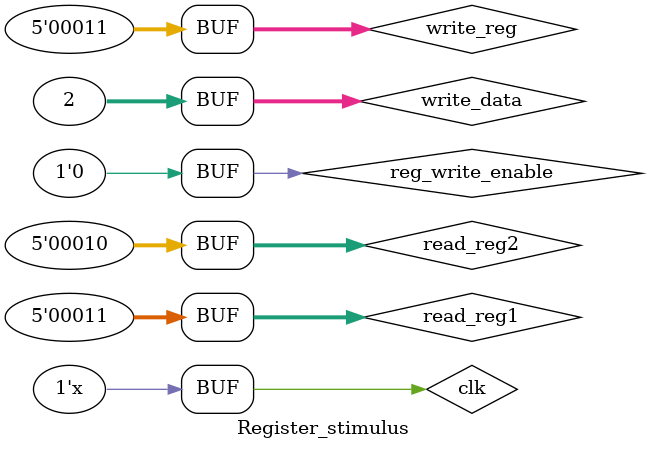
<source format=sv>
`timescale 1ns/1ps

module Register_stimulus;
    logic [4:0] read_reg1; // Register to read from
    logic [4:0] read_reg2; // Register to read from
    logic [4:0] write_reg; // Register to write to
    logic [31:0] write_data; // Data to write
    logic reg_write_enable; // Enable writing to register
    logic [31:0] read_data1; // Data read from register 1
    logic [31:0] read_data2; // Data read from register 2
    logic clk;

    initial
    clk = 1'b0;
    always #5 clk = ~clk; 

    Registers reg_inst (
        .read_reg1(read_reg1), 
        .read_reg2(read_reg2), 
        .write_reg(write_reg), 
        .write_data(write_data), 
        .reg_write_enable(reg_write_enable), 
        .read_data1(read_data1), 
        .read_data2(read_data2)
    );

    initial begin 
 
        #10 read_reg1 = 5'h1; // Read from register 1
        read_reg2 = 5'h2; // Read from register 2
        write_reg = 5'h3; // Write to register 3
        write_data = 32'h1;
        #100 reg_write_enable = 1'b1; // Enable writing to register
        #100 reg_write_enable = 1'b0; // Disable writing to register
        #20 read_reg1 = 5'h3;
        #100 write_data = 32'h2;

    end 

endmodule
</source>
